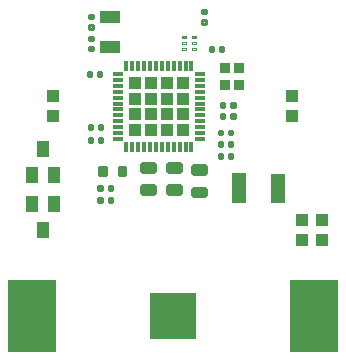
<source format=gbr>
G04 EAGLE Gerber RS-274X export*
G75*
%MOMM*%
%FSLAX34Y34*%
%LPD*%
%INSolderpaste Top*%
%IPPOS*%
%AMOC8*
5,1,8,0,0,1.08239X$1,22.5*%
G01*
%ADD10R,0.300000X0.850000*%
%ADD11R,0.850000X0.300000*%
%ADD12R,1.000000X1.000000*%
%ADD13C,0.280800*%
%ADD14C,0.500000*%
%ADD15C,0.402900*%
%ADD16R,1.800000X1.000000*%
%ADD17R,0.850000X0.950000*%
%ADD18R,4.000000X4.000000*%
%ADD19R,4.064000X6.096000*%
%ADD20R,2.500000X1.200000*%
%ADD21C,0.125000*%
%ADD22R,1.000000X1.400000*%
%ADD23R,1.000000X1.100000*%


D10*
X164258Y310871D03*
X159258Y310871D03*
X154258Y310871D03*
X149258Y310871D03*
X144258Y310871D03*
X139258Y310871D03*
X134258Y310871D03*
X129258Y310871D03*
X124258Y310871D03*
X119258Y310871D03*
X114258Y310871D03*
X109258Y310871D03*
D11*
X102258Y303871D03*
X102258Y298871D03*
X102258Y293871D03*
X102258Y288871D03*
X102258Y283871D03*
X102258Y278871D03*
X102258Y273871D03*
X102258Y268871D03*
X102258Y263871D03*
X102258Y258871D03*
X102258Y253871D03*
X102258Y248871D03*
D10*
X109258Y241871D03*
X114258Y241871D03*
X119258Y241871D03*
X124258Y241871D03*
X129258Y241871D03*
X134258Y241871D03*
X139258Y241871D03*
X144258Y241871D03*
X149258Y241871D03*
X154258Y241871D03*
X159258Y241871D03*
X164258Y241871D03*
D11*
X171258Y248871D03*
X171258Y253871D03*
X171258Y258871D03*
X171258Y263871D03*
X171258Y268871D03*
X171258Y273871D03*
X171258Y278871D03*
X171258Y283871D03*
X171258Y288871D03*
X171258Y293871D03*
X171258Y298871D03*
X171258Y303871D03*
D12*
X156758Y296371D03*
X156758Y283121D03*
X156758Y269621D03*
X156758Y256371D03*
X143508Y296371D03*
X130008Y296371D03*
X116758Y296371D03*
X116758Y256371D03*
X116758Y269621D03*
X116758Y283121D03*
X130008Y283121D03*
X143508Y283121D03*
X143508Y269621D03*
X143508Y256371D03*
X130008Y269621D03*
X130008Y256371D03*
D13*
X88161Y208752D02*
X85569Y208752D01*
X88161Y208752D02*
X88161Y205560D01*
X85569Y205560D01*
X85569Y208752D01*
X85569Y208228D02*
X88161Y208228D01*
X94169Y205560D02*
X96761Y205560D01*
X94169Y205560D02*
X94169Y208752D01*
X96761Y208752D01*
X96761Y205560D01*
X96761Y208228D02*
X94169Y208228D01*
X88161Y198465D02*
X85569Y198465D01*
X88161Y198465D02*
X88161Y195273D01*
X85569Y195273D01*
X85569Y198465D01*
X85569Y197941D02*
X88161Y197941D01*
X94169Y195273D02*
X96761Y195273D01*
X94169Y195273D02*
X94169Y198465D01*
X96761Y198465D01*
X96761Y195273D01*
X96761Y197941D02*
X94169Y197941D01*
X187677Y255996D02*
X190269Y255996D01*
X190269Y252804D01*
X187677Y252804D01*
X187677Y255996D01*
X187677Y255472D02*
X190269Y255472D01*
X196277Y252804D02*
X198869Y252804D01*
X196277Y252804D02*
X196277Y255996D01*
X198869Y255996D01*
X198869Y252804D01*
X198869Y255472D02*
X196277Y255472D01*
X196404Y243025D02*
X198996Y243025D01*
X196404Y243025D02*
X196404Y246217D01*
X198996Y246217D01*
X198996Y243025D01*
X198996Y245693D02*
X196404Y245693D01*
X190396Y246217D02*
X187804Y246217D01*
X190396Y246217D02*
X190396Y243025D01*
X187804Y243025D01*
X187804Y246217D01*
X187804Y245693D02*
X190396Y245693D01*
X79968Y249601D02*
X77376Y249601D01*
X79968Y249601D02*
X79968Y246409D01*
X77376Y246409D01*
X77376Y249601D01*
X77376Y249077D02*
X79968Y249077D01*
X85976Y246409D02*
X88568Y246409D01*
X85976Y246409D02*
X85976Y249601D01*
X88568Y249601D01*
X88568Y246409D01*
X88568Y249077D02*
X85976Y249077D01*
X77343Y342350D02*
X77343Y344942D01*
X80535Y344942D01*
X80535Y342350D01*
X77343Y342350D01*
X80535Y350950D02*
X80535Y353542D01*
X80535Y350950D02*
X77343Y350950D01*
X77343Y353542D01*
X80535Y353542D01*
X80709Y335551D02*
X80709Y332959D01*
X77517Y332959D01*
X77517Y335551D01*
X80709Y335551D01*
X77517Y326951D02*
X77517Y324359D01*
X77517Y326951D02*
X80709Y326951D01*
X80709Y324359D01*
X77517Y324359D01*
X85263Y302207D02*
X87855Y302207D01*
X85263Y302207D02*
X85263Y305399D01*
X87855Y305399D01*
X87855Y302207D01*
X87855Y304875D02*
X85263Y304875D01*
X79255Y305399D02*
X76663Y305399D01*
X79255Y305399D02*
X79255Y302207D01*
X76663Y302207D01*
X76663Y305399D01*
X76663Y304875D02*
X79255Y304875D01*
X85993Y257249D02*
X88585Y257249D01*
X85993Y257249D02*
X85993Y260441D01*
X88585Y260441D01*
X88585Y257249D01*
X88585Y259917D02*
X85993Y259917D01*
X79985Y260441D02*
X77393Y260441D01*
X79985Y260441D02*
X79985Y257249D01*
X77393Y257249D01*
X77393Y260441D01*
X77393Y259917D02*
X79985Y259917D01*
X189582Y269585D02*
X192174Y269585D01*
X192174Y266393D01*
X189582Y266393D01*
X189582Y269585D01*
X189582Y269061D02*
X192174Y269061D01*
X198182Y266393D02*
X200774Y266393D01*
X198182Y266393D02*
X198182Y269585D01*
X200774Y269585D01*
X200774Y266393D01*
X200774Y269061D02*
X198182Y269061D01*
X190396Y236057D02*
X187804Y236057D01*
X190396Y236057D02*
X190396Y232865D01*
X187804Y232865D01*
X187804Y236057D01*
X187804Y235533D02*
X190396Y235533D01*
X196404Y232865D02*
X198996Y232865D01*
X196404Y232865D02*
X196404Y236057D01*
X198996Y236057D01*
X198996Y232865D01*
X198996Y235533D02*
X196404Y235533D01*
D14*
X175648Y224721D02*
X175648Y219721D01*
X166448Y219721D01*
X166448Y224721D01*
X175648Y224721D01*
X175648Y224471D02*
X166448Y224471D01*
X166448Y206021D02*
X166448Y201021D01*
X166448Y206021D02*
X175648Y206021D01*
X175648Y201021D01*
X166448Y201021D01*
X166448Y205771D02*
X175648Y205771D01*
X123030Y207878D02*
X123030Y202878D01*
X123030Y207878D02*
X132230Y207878D01*
X132230Y202878D01*
X123030Y202878D01*
X123030Y207628D02*
X132230Y207628D01*
X132230Y221578D02*
X132230Y226578D01*
X132230Y221578D02*
X123030Y221578D01*
X123030Y226578D01*
X132230Y226578D01*
X132230Y226328D02*
X123030Y226328D01*
D13*
X189582Y279237D02*
X192174Y279237D01*
X192174Y276045D01*
X189582Y276045D01*
X189582Y279237D01*
X189582Y278713D02*
X192174Y278713D01*
X198182Y276045D02*
X200774Y276045D01*
X198182Y276045D02*
X198182Y279237D01*
X200774Y279237D01*
X200774Y276045D01*
X200774Y278713D02*
X198182Y278713D01*
X182348Y326879D02*
X179756Y326879D01*
X182348Y326879D02*
X182348Y323687D01*
X179756Y323687D01*
X179756Y326879D01*
X179756Y326355D02*
X182348Y326355D01*
X188356Y323687D02*
X190948Y323687D01*
X188356Y323687D02*
X188356Y326879D01*
X190948Y326879D01*
X190948Y323687D01*
X190948Y326355D02*
X188356Y326355D01*
D15*
X107524Y219125D02*
X103652Y219125D01*
X103652Y224397D01*
X107524Y224397D01*
X107524Y219125D01*
X107524Y222953D02*
X103652Y222953D01*
X91124Y224397D02*
X87252Y224397D01*
X91124Y224397D02*
X91124Y219125D01*
X87252Y219125D01*
X87252Y224397D01*
X87252Y222953D02*
X91124Y222953D01*
D14*
X154820Y221705D02*
X154820Y226705D01*
X154820Y221705D02*
X145620Y221705D01*
X145620Y226705D01*
X154820Y226705D01*
X154820Y226455D02*
X145620Y226455D01*
X145620Y208005D02*
X145620Y203005D01*
X145620Y208005D02*
X154820Y208005D01*
X154820Y203005D01*
X145620Y203005D01*
X145620Y207755D02*
X154820Y207755D01*
D16*
X95136Y351784D03*
X95136Y326784D03*
D17*
X192777Y309291D03*
X192777Y294791D03*
X204277Y294791D03*
X204277Y309291D03*
D13*
X176400Y355200D02*
X176400Y357792D01*
X176400Y355200D02*
X173208Y355200D01*
X173208Y357792D01*
X176400Y357792D01*
X173208Y349192D02*
X173208Y346600D01*
X173208Y349192D02*
X176400Y349192D01*
X176400Y346600D01*
X173208Y346600D01*
D18*
X148873Y98640D03*
D19*
X29493Y98640D03*
X268253Y98640D03*
D20*
G36*
X231247Y194517D02*
X231465Y219515D01*
X243463Y219411D01*
X243245Y194413D01*
X231247Y194517D01*
G37*
G36*
X198248Y194804D02*
X198466Y219802D01*
X210464Y219698D01*
X210246Y194700D01*
X198248Y194804D01*
G37*
D21*
X159525Y329375D02*
X156275Y329375D01*
X156275Y330625D01*
X159525Y330625D01*
X159525Y329375D01*
X159525Y330562D02*
X156275Y330562D01*
X164475Y329375D02*
X167725Y329375D01*
X164475Y329375D02*
X164475Y330625D01*
X167725Y330625D01*
X167725Y329375D01*
X167725Y330562D02*
X164475Y330562D01*
X159525Y334375D02*
X156275Y334375D01*
X156275Y335625D01*
X159525Y335625D01*
X159525Y334375D01*
X159525Y335562D02*
X156275Y335562D01*
X164475Y334375D02*
X167725Y334375D01*
X164475Y334375D02*
X164475Y335625D01*
X167725Y335625D01*
X167725Y334375D01*
X167725Y335562D02*
X164475Y335562D01*
X159525Y324375D02*
X156275Y324375D01*
X156275Y325625D01*
X159525Y325625D01*
X159525Y324375D01*
X159525Y325562D02*
X156275Y325562D01*
X164475Y324375D02*
X167725Y324375D01*
X164475Y324375D02*
X164475Y325625D01*
X167725Y325625D01*
X167725Y324375D01*
X167725Y325562D02*
X164475Y325562D01*
D22*
X38635Y172175D03*
X29135Y194175D03*
X48135Y194175D03*
X38381Y240175D03*
X47881Y218175D03*
X28881Y218175D03*
D23*
X47000Y285500D03*
X47000Y268500D03*
X249000Y268500D03*
X249000Y285500D03*
X275000Y163500D03*
X275000Y180500D03*
X258000Y163500D03*
X258000Y180500D03*
M02*

</source>
